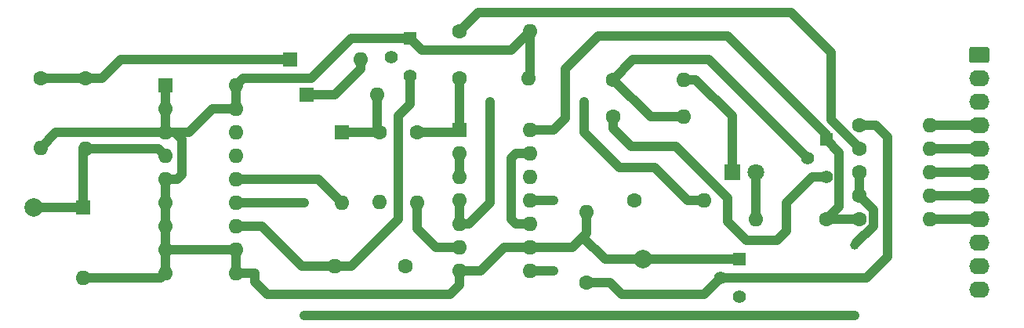
<source format=gbr>
%TF.GenerationSoftware,KiCad,Pcbnew,5.1.6-c6e7f7d~86~ubuntu16.04.1*%
%TF.CreationDate,2020-07-04T05:21:27+01:00*%
%TF.ProjectId,g850-pic-prog,67383530-2d70-4696-932d-70726f672e6b,rev?*%
%TF.SameCoordinates,Original*%
%TF.FileFunction,Copper,L2,Bot*%
%TF.FilePolarity,Positive*%
%FSLAX46Y46*%
G04 Gerber Fmt 4.6, Leading zero omitted, Abs format (unit mm)*
G04 Created by KiCad (PCBNEW 5.1.6-c6e7f7d~86~ubuntu16.04.1) date 2020-07-04 05:21:27*
%MOMM*%
%LPD*%
G01*
G04 APERTURE LIST*
%TA.AperFunction,ComponentPad*%
%ADD10C,1.397000*%
%TD*%
%TA.AperFunction,ComponentPad*%
%ADD11R,1.397000X1.397000*%
%TD*%
%TA.AperFunction,ComponentPad*%
%ADD12O,1.600000X1.600000*%
%TD*%
%TA.AperFunction,ComponentPad*%
%ADD13R,1.600000X1.600000*%
%TD*%
%TA.AperFunction,ComponentPad*%
%ADD14C,2.000000*%
%TD*%
%TA.AperFunction,ComponentPad*%
%ADD15C,1.600000*%
%TD*%
%TA.AperFunction,ComponentPad*%
%ADD16O,2.190000X1.740000*%
%TD*%
%TA.AperFunction,ComponentPad*%
%ADD17C,1.800000*%
%TD*%
%TA.AperFunction,ComponentPad*%
%ADD18R,1.800000X1.800000*%
%TD*%
%TA.AperFunction,ViaPad*%
%ADD19C,1.000000*%
%TD*%
%TA.AperFunction,Conductor*%
%ADD20C,1.000000*%
%TD*%
G04 APERTURE END LIST*
D10*
%TO.P,Q2,1*%
%TO.N,V+*%
X183388000Y-86106000D03*
%TO.P,Q2,2*%
%TO.N,Net-(Q2-Pad2)*%
X181356000Y-84074000D03*
D11*
%TO.P,Q2,3*%
%TO.N,+5V*%
X183388000Y-82042000D03*
%TD*%
D12*
%TO.P,U2,18*%
%TO.N,GND*%
X119634000Y-76200000D03*
%TO.P,U2,9*%
X112014000Y-96520000D03*
%TO.P,U2,17*%
X119634000Y-78740000D03*
%TO.P,U2,8*%
X112014000Y-93980000D03*
%TO.P,U2,16*%
%TO.N,Net-(U2-Pad16)*%
X119634000Y-81280000D03*
%TO.P,U2,7*%
%TO.N,GND*%
X112014000Y-91440000D03*
%TO.P,U2,15*%
%TO.N,Net-(U2-Pad15)*%
X119634000Y-83820000D03*
%TO.P,U2,6*%
%TO.N,GND*%
X112014000Y-88900000D03*
%TO.P,U2,14*%
%TO.N,+5V*%
X119634000Y-86360000D03*
%TO.P,U2,5*%
%TO.N,GND*%
X112014000Y-86360000D03*
%TO.P,U2,13*%
%TO.N,Net-(R8-Pad1)*%
X119634000Y-88900000D03*
%TO.P,U2,4*%
%TO.N,Net-(D4-Pad1)*%
X112014000Y-83820000D03*
%TO.P,U2,12*%
%TO.N,Net-(Q1-Pad1)*%
X119634000Y-91440000D03*
%TO.P,U2,3*%
%TO.N,GND*%
X112014000Y-81280000D03*
%TO.P,U2,11*%
X119634000Y-93980000D03*
%TO.P,U2,2*%
X112014000Y-78740000D03*
%TO.P,U2,10*%
X119634000Y-96520000D03*
D13*
%TO.P,U2,1*%
X112014000Y-76200000D03*
%TD*%
D12*
%TO.P,U1,14*%
%TO.N,+5V*%
X151384000Y-81026000D03*
%TO.P,U1,7*%
%TO.N,GND*%
X143764000Y-96266000D03*
%TO.P,U1,13*%
%TO.N,Net-(U1-Pad10)*%
X151384000Y-83566000D03*
%TO.P,U1,6*%
%TO.N,Net-(R1-Pad2)*%
X143764000Y-93726000D03*
%TO.P,U1,12*%
%TO.N,Net-(U1-Pad12)*%
X151384000Y-86106000D03*
%TO.P,U1,5*%
%TO.N,Net-(C3-Pad2)*%
X143764000Y-91186000D03*
%TO.P,U1,11*%
%TO.N,Net-(U1-Pad11)*%
X151384000Y-88646000D03*
%TO.P,U1,4*%
%TO.N,Net-(C3-Pad2)*%
X143764000Y-88646000D03*
%TO.P,U1,10*%
%TO.N,Net-(U1-Pad10)*%
X151384000Y-91186000D03*
%TO.P,U1,3*%
%TO.N,Net-(C1-Pad2)*%
X143764000Y-86106000D03*
%TO.P,U1,9*%
%TO.N,GND*%
X151384000Y-93726000D03*
%TO.P,U1,2*%
%TO.N,Net-(C1-Pad2)*%
X143764000Y-83566000D03*
%TO.P,U1,8*%
%TO.N,Net-(U1-Pad11)*%
X151384000Y-96266000D03*
D13*
%TO.P,U1,1*%
%TO.N,Net-(C2-Pad1)*%
X143764000Y-81026000D03*
%TD*%
D14*
%TO.P,TP2,1*%
%TO.N,Net-(D4-Pad1)*%
X97790000Y-89408000D03*
%TD*%
%TO.P,TP1,1*%
%TO.N,GND*%
X163576000Y-94996000D03*
%TD*%
D12*
%TO.P,R13,2*%
%TO.N,CP*%
X194564000Y-80518000D03*
D15*
%TO.P,R13,1*%
%TO.N,Net-(Q3-Pad2)*%
X186944000Y-80518000D03*
%TD*%
D12*
%TO.P,R12,2*%
%TO.N,LOW_BATT*%
X194564000Y-90678000D03*
D15*
%TO.P,R12,1*%
%TO.N,+5V*%
X186944000Y-90678000D03*
%TD*%
D12*
%TO.P,R11,2*%
%TO.N,Net-(Q2-Pad2)*%
X167962000Y-79614000D03*
D15*
%TO.P,R11,1*%
%TO.N,V+*%
X160342000Y-79614000D03*
%TD*%
D12*
%TO.P,R10,2*%
%TO.N,GND*%
X157480000Y-89916000D03*
D15*
%TO.P,R10,1*%
%TO.N,Net-(Q3-Pad2)*%
X157480000Y-97536000D03*
%TD*%
D12*
%TO.P,R9,2*%
%TO.N,DATA_OUT*%
X194564000Y-88138000D03*
D15*
%TO.P,R9,1*%
%TO.N,Net-(R8-Pad1)*%
X186944000Y-88138000D03*
%TD*%
D12*
%TO.P,R8,2*%
%TO.N,DATA_IN*%
X194564000Y-85598000D03*
D15*
%TO.P,R8,1*%
%TO.N,Net-(R8-Pad1)*%
X186944000Y-85598000D03*
%TD*%
D12*
%TO.P,R7,2*%
%TO.N,Net-(D5-Pad1)*%
X167962000Y-75564000D03*
D15*
%TO.P,R7,1*%
%TO.N,Net-(Q2-Pad2)*%
X160342000Y-75564000D03*
%TD*%
D12*
%TO.P,R6,2*%
%TO.N,CLOCK*%
X194564000Y-83058000D03*
D15*
%TO.P,R6,1*%
%TO.N,Net-(Q1-Pad2)*%
X186944000Y-83058000D03*
%TD*%
D12*
%TO.P,R5,2*%
%TO.N,GND*%
X151384000Y-70358000D03*
D15*
%TO.P,R5,1*%
%TO.N,Net-(Q1-Pad2)*%
X143764000Y-70358000D03*
%TD*%
D12*
%TO.P,R4,2*%
%TO.N,Net-(Q1-Pad1)*%
X130302000Y-95758000D03*
D15*
%TO.P,R4,1*%
%TO.N,+5V*%
X137922000Y-95758000D03*
%TD*%
D12*
%TO.P,R3,2*%
%TO.N,Net-(D5-Pad2)*%
X175768000Y-90678000D03*
D15*
%TO.P,R3,1*%
%TO.N,+5V*%
X183388000Y-90678000D03*
%TD*%
D12*
%TO.P,R2,2*%
%TO.N,Net-(D4-Pad1)*%
X103378000Y-83058000D03*
D15*
%TO.P,R2,1*%
%TO.N,Net-(C4-Pad1)*%
X103378000Y-75438000D03*
%TD*%
D12*
%TO.P,R1,2*%
%TO.N,Net-(R1-Pad2)*%
X139192000Y-88900000D03*
D15*
%TO.P,R1,1*%
%TO.N,Net-(C2-Pad1)*%
X139192000Y-81280000D03*
%TD*%
D10*
%TO.P,Q3,1*%
%TO.N,Net-(D5-Pad1)*%
X173990000Y-99060000D03*
%TO.P,Q3,2*%
%TO.N,Net-(Q3-Pad2)*%
X171958000Y-97028000D03*
D11*
%TO.P,Q3,3*%
%TO.N,GND*%
X173990000Y-94996000D03*
%TD*%
D10*
%TO.P,Q1,1*%
%TO.N,Net-(Q1-Pad1)*%
X138430000Y-75184000D03*
%TO.P,Q1,2*%
%TO.N,Net-(Q1-Pad2)*%
X136398000Y-73152000D03*
D11*
%TO.P,Q1,3*%
%TO.N,GND*%
X138430000Y-71120000D03*
%TD*%
D16*
%TO.P,J1,11*%
%TO.N,Net-(J1-Pad11)*%
X199898000Y-98298000D03*
%TO.P,J1,10*%
%TO.N,Net-(J1-Pad10)*%
X199898000Y-95758000D03*
%TO.P,J1,9*%
%TO.N,Net-(J1-Pad9)*%
X199898000Y-93218000D03*
%TO.P,J1,8*%
%TO.N,LOW_BATT*%
X199898000Y-90678000D03*
%TO.P,J1,7*%
%TO.N,DATA_OUT*%
X199898000Y-88138000D03*
%TO.P,J1,6*%
%TO.N,DATA_IN*%
X199898000Y-85598000D03*
%TO.P,J1,5*%
%TO.N,CLOCK*%
X199898000Y-83058000D03*
%TO.P,J1,4*%
%TO.N,CP*%
X199898000Y-80518000D03*
%TO.P,J1,3*%
%TO.N,GND*%
X199898000Y-77978000D03*
%TO.P,J1,2*%
%TO.N,V+*%
X199898000Y-75438000D03*
%TO.P,J1,1*%
%TO.N,Net-(J1-Pad1)*%
%TA.AperFunction,ComponentPad*%
G36*
G01*
X199052999Y-72028000D02*
X200743001Y-72028000D01*
G75*
G02*
X200993000Y-72277999I0J-249999D01*
G01*
X200993000Y-73518001D01*
G75*
G02*
X200743001Y-73768000I-249999J0D01*
G01*
X199052999Y-73768000D01*
G75*
G02*
X198803000Y-73518001I0J249999D01*
G01*
X198803000Y-72277999D01*
G75*
G02*
X199052999Y-72028000I249999J0D01*
G01*
G37*
%TD.AperFunction*%
%TD*%
D17*
%TO.P,D5,2*%
%TO.N,Net-(D5-Pad2)*%
X175768000Y-85598000D03*
D18*
%TO.P,D5,1*%
%TO.N,Net-(D5-Pad1)*%
X173228000Y-85598000D03*
%TD*%
D12*
%TO.P,D4,2*%
%TO.N,GND*%
X103124000Y-97028000D03*
D13*
%TO.P,D4,1*%
%TO.N,Net-(D4-Pad1)*%
X103124000Y-89408000D03*
%TD*%
D12*
%TO.P,D3,2*%
%TO.N,Net-(C3-Pad1)*%
X133096000Y-73406000D03*
D13*
%TO.P,D3,1*%
%TO.N,Net-(C4-Pad1)*%
X125476000Y-73406000D03*
%TD*%
D12*
%TO.P,D2,2*%
%TO.N,Net-(C1-Pad1)*%
X134874000Y-77216000D03*
D13*
%TO.P,D2,1*%
%TO.N,Net-(C3-Pad1)*%
X127254000Y-77216000D03*
%TD*%
D12*
%TO.P,D1,2*%
%TO.N,+5V*%
X131064000Y-88900000D03*
D13*
%TO.P,D1,1*%
%TO.N,Net-(C1-Pad1)*%
X131064000Y-81280000D03*
%TD*%
D12*
%TO.P,C4,2*%
%TO.N,GND*%
X98552000Y-82938000D03*
D15*
%TO.P,C4,1*%
%TO.N,Net-(C4-Pad1)*%
X98552000Y-75438000D03*
%TD*%
D12*
%TO.P,C3,2*%
%TO.N,Net-(C3-Pad2)*%
X170162000Y-88614000D03*
D15*
%TO.P,C3,1*%
%TO.N,Net-(C3-Pad1)*%
X162662000Y-88614000D03*
%TD*%
D12*
%TO.P,C2,2*%
%TO.N,GND*%
X151264000Y-75438000D03*
D15*
%TO.P,C2,1*%
%TO.N,Net-(C2-Pad1)*%
X143764000Y-75438000D03*
%TD*%
D12*
%TO.P,C1,2*%
%TO.N,Net-(C1-Pad2)*%
X135128000Y-88780000D03*
D15*
%TO.P,C1,1*%
%TO.N,Net-(C1-Pad1)*%
X135128000Y-81280000D03*
%TD*%
D19*
%TO.N,Net-(C3-Pad2)*%
X157226000Y-77978000D03*
X147066000Y-77978000D03*
%TO.N,Net-(R8-Pad1)*%
X186436000Y-93472000D03*
X186436000Y-101092000D03*
X127000000Y-88900000D03*
X127000000Y-101092000D03*
%TO.N,V+*%
X168402000Y-84074000D03*
%TO.N,Net-(U1-Pad11)*%
X153924000Y-96266000D03*
X153924000Y-88646000D03*
%TD*%
D20*
%TO.N,Net-(C1-Pad2)*%
X143764000Y-86106000D02*
X143764000Y-83566000D01*
%TO.N,Net-(C1-Pad1)*%
X134874000Y-81026000D02*
X135128000Y-81280000D01*
X134874000Y-77216000D02*
X134874000Y-81026000D01*
X131064000Y-81280000D02*
X135128000Y-81280000D01*
%TO.N,GND*%
X151384000Y-75318000D02*
X151264000Y-75438000D01*
X151384000Y-70358000D02*
X151384000Y-75318000D01*
X112014000Y-93980000D02*
X119634000Y-93980000D01*
X119634000Y-96520000D02*
X119634000Y-93980000D01*
X112014000Y-93980000D02*
X112014000Y-96520000D01*
X112014000Y-93980000D02*
X112014000Y-91440000D01*
X112014000Y-91440000D02*
X112014000Y-88900000D01*
X112014000Y-88900000D02*
X112014000Y-86360000D01*
X112014000Y-86360000D02*
X113284000Y-86360000D01*
X113284000Y-86360000D02*
X113792000Y-85852000D01*
X113792000Y-85852000D02*
X113792000Y-82042000D01*
X113030000Y-81280000D02*
X112014000Y-81280000D01*
X113792000Y-82042000D02*
X113030000Y-81280000D01*
X100210000Y-81280000D02*
X98552000Y-82938000D01*
X112014000Y-81280000D02*
X100210000Y-81280000D01*
X111506000Y-97028000D02*
X112014000Y-96520000D01*
X103124000Y-97028000D02*
X111506000Y-97028000D01*
X119634000Y-78740000D02*
X117094000Y-78740000D01*
X114554000Y-81280000D02*
X112014000Y-81280000D01*
X117094000Y-78740000D02*
X114554000Y-81280000D01*
X119634000Y-76200000D02*
X119634000Y-78740000D01*
X112014000Y-78740000D02*
X112014000Y-81280000D01*
X112014000Y-78740000D02*
X112014000Y-76200000D01*
X120433999Y-75400001D02*
X127799999Y-75400001D01*
X119634000Y-76200000D02*
X120433999Y-75400001D01*
X132080000Y-71120000D02*
X138430000Y-71120000D01*
X127799999Y-75400001D02*
X132080000Y-71120000D01*
X138430000Y-71120000D02*
X139700000Y-72390000D01*
X149352000Y-72390000D02*
X151384000Y-70358000D01*
X139700000Y-72390000D02*
X149352000Y-72390000D01*
X143764000Y-96266000D02*
X146050000Y-96266000D01*
X148590000Y-93726000D02*
X151384000Y-93726000D01*
X146050000Y-96266000D02*
X148590000Y-93726000D01*
X151384000Y-93726000D02*
X155956000Y-93726000D01*
X157480000Y-92202000D02*
X157480000Y-89916000D01*
X159512000Y-94996000D02*
X157099000Y-92583000D01*
X163576000Y-94996000D02*
X159512000Y-94996000D01*
X157099000Y-92583000D02*
X157480000Y-92202000D01*
X155956000Y-93726000D02*
X157099000Y-92583000D01*
X163576000Y-94996000D02*
X173990000Y-94996000D01*
X119634000Y-96520000D02*
X121666000Y-96520000D01*
X121666000Y-97455070D02*
X123016930Y-98806000D01*
X121666000Y-96520000D02*
X121666000Y-97455070D01*
X123016930Y-98806000D02*
X142748000Y-98806000D01*
X143764000Y-97790000D02*
X143764000Y-96266000D01*
X142748000Y-98806000D02*
X143764000Y-97790000D01*
%TO.N,Net-(C2-Pad1)*%
X143764000Y-75438000D02*
X143764000Y-81026000D01*
X143510000Y-81280000D02*
X143764000Y-81026000D01*
X139192000Y-81280000D02*
X143510000Y-81280000D01*
%TO.N,Net-(C3-Pad2)*%
X143764000Y-88646000D02*
X143764000Y-91186000D01*
X170162000Y-88614000D02*
X168370000Y-88614000D01*
X168370000Y-88614000D02*
X164846000Y-85090000D01*
X164846000Y-85090000D02*
X161036000Y-85090000D01*
X157226000Y-81280000D02*
X157226000Y-77978000D01*
X161036000Y-85090000D02*
X157226000Y-81280000D01*
X147066000Y-77978000D02*
X147066000Y-88900000D01*
X144780000Y-91186000D02*
X143764000Y-91186000D01*
X147066000Y-88900000D02*
X144780000Y-91186000D01*
%TO.N,Net-(C3-Pad1)*%
X127254000Y-77216000D02*
X130302000Y-77216000D01*
X133096000Y-74422000D02*
X133096000Y-73406000D01*
X130302000Y-77216000D02*
X133096000Y-74422000D01*
%TO.N,Net-(C4-Pad1)*%
X98552000Y-75438000D02*
X103378000Y-75438000D01*
X103378000Y-75438000D02*
X105156000Y-75438000D01*
X107188000Y-73406000D02*
X125476000Y-73406000D01*
X105156000Y-75438000D02*
X107188000Y-73406000D01*
%TO.N,+5V*%
X186944000Y-90678000D02*
X183388000Y-90678000D01*
X184786501Y-83440501D02*
X183388000Y-82042000D01*
X184786501Y-89279499D02*
X184786501Y-83440501D01*
X183388000Y-90678000D02*
X184786501Y-89279499D01*
X128524000Y-86360000D02*
X131064000Y-88900000D01*
X119634000Y-86360000D02*
X128524000Y-86360000D01*
X183388000Y-82042000D02*
X183388000Y-81534000D01*
X183388000Y-81534000D02*
X172720000Y-70866000D01*
X172720000Y-70866000D02*
X158750000Y-70866000D01*
X158750000Y-70866000D02*
X155194000Y-74422000D01*
X155194000Y-74422000D02*
X155194000Y-79756000D01*
X153924000Y-81026000D02*
X151384000Y-81026000D01*
X155194000Y-79756000D02*
X153924000Y-81026000D01*
%TO.N,Net-(D4-Pad1)*%
X111252000Y-83058000D02*
X112014000Y-83820000D01*
X103378000Y-83058000D02*
X111252000Y-83058000D01*
X103124000Y-83312000D02*
X103378000Y-83058000D01*
X103124000Y-89408000D02*
X103124000Y-83312000D01*
X103124000Y-89408000D02*
X97790000Y-89408000D01*
%TO.N,Net-(D5-Pad2)*%
X175768000Y-85598000D02*
X175768000Y-90678000D01*
%TO.N,Net-(D5-Pad1)*%
X167962000Y-75564000D02*
X169290000Y-75564000D01*
X173228000Y-79502000D02*
X173228000Y-85598000D01*
X169290000Y-75564000D02*
X173228000Y-79502000D01*
%TO.N,LOW_BATT*%
X194564000Y-90678000D02*
X199898000Y-90678000D01*
%TO.N,DATA_OUT*%
X199898000Y-88138000D02*
X194564000Y-88138000D01*
%TO.N,DATA_IN*%
X199898000Y-85598000D02*
X194564000Y-85598000D01*
%TO.N,CLOCK*%
X194564000Y-83058000D02*
X199898000Y-83058000D01*
%TO.N,CP*%
X199898000Y-80518000D02*
X194564000Y-80518000D01*
%TO.N,Net-(Q1-Pad1)*%
X138430000Y-75184000D02*
X138430000Y-78232000D01*
X138430000Y-78232000D02*
X137160000Y-79502000D01*
X137160000Y-79502000D02*
X137160000Y-90678000D01*
X132080000Y-95758000D02*
X130302000Y-95758000D01*
X137160000Y-90678000D02*
X132080000Y-95758000D01*
X119634000Y-91440000D02*
X122428000Y-91440000D01*
X126746000Y-95758000D02*
X130302000Y-95758000D01*
X122428000Y-91440000D02*
X126746000Y-95758000D01*
%TO.N,Net-(Q1-Pad2)*%
X186944000Y-82940998D02*
X183896000Y-79892998D01*
X186944000Y-83058000D02*
X186944000Y-82940998D01*
X183896000Y-79892998D02*
X183896000Y-72644000D01*
X183896000Y-72644000D02*
X179578000Y-68326000D01*
X145796000Y-68326000D02*
X143764000Y-70358000D01*
X179578000Y-68326000D02*
X145796000Y-68326000D01*
%TO.N,Net-(Q3-Pad2)*%
X171958000Y-97028000D02*
X187706000Y-97028000D01*
X187706000Y-97028000D02*
X189992000Y-94742000D01*
X189992000Y-94742000D02*
X189992000Y-81788000D01*
X188722000Y-80518000D02*
X186944000Y-80518000D01*
X189992000Y-81788000D02*
X188722000Y-80518000D01*
X161290000Y-98806000D02*
X170180000Y-98806000D01*
X160020000Y-97536000D02*
X161290000Y-98806000D01*
X170180000Y-98806000D02*
X171958000Y-97028000D01*
X157480000Y-97536000D02*
X160020000Y-97536000D01*
%TO.N,Net-(R1-Pad2)*%
X143764000Y-93726000D02*
X141224000Y-93726000D01*
X139192000Y-91694000D02*
X139192000Y-88900000D01*
X141224000Y-93726000D02*
X139192000Y-91694000D01*
%TO.N,Net-(R8-Pad1)*%
X186944000Y-85598000D02*
X186944000Y-88138000D01*
X188444001Y-91398001D02*
X186624002Y-93218000D01*
X188444001Y-89638001D02*
X188444001Y-91398001D01*
X186944000Y-88138000D02*
X188444001Y-89638001D01*
X122682000Y-88900000D02*
X119634000Y-88900000D01*
X127762000Y-101092000D02*
X127762000Y-101092000D01*
X122682000Y-88900000D02*
X127000000Y-88900000D01*
X162814000Y-101092000D02*
X186436000Y-101092000D01*
X127000000Y-101092000D02*
X162814000Y-101092000D01*
%TO.N,V+*%
X183388000Y-86106000D02*
X181864000Y-86106000D01*
X181864000Y-86106000D02*
X179070000Y-88900000D01*
X179070000Y-88900000D02*
X179070000Y-91948000D01*
X179070000Y-91948000D02*
X178054000Y-92964000D01*
X178054000Y-92964000D02*
X174752000Y-92964000D01*
X174752000Y-92964000D02*
X172720000Y-90932000D01*
X172720000Y-90932000D02*
X172720000Y-88392000D01*
X167132000Y-82804000D02*
X162306000Y-82804000D01*
X160342000Y-80840000D02*
X160342000Y-79614000D01*
X162306000Y-82804000D02*
X160342000Y-80840000D01*
X172720000Y-88392000D02*
X168402000Y-84074000D01*
X168402000Y-84074000D02*
X167132000Y-82804000D01*
%TO.N,Net-(U1-Pad10)*%
X151384000Y-83566000D02*
X149860000Y-83566000D01*
X149860000Y-83566000D02*
X149352000Y-84074000D01*
X149352000Y-84074000D02*
X149352000Y-90678000D01*
X149860000Y-91186000D02*
X151384000Y-91186000D01*
X149352000Y-90678000D02*
X149860000Y-91186000D01*
%TO.N,Net-(U1-Pad11)*%
X151384000Y-96266000D02*
X153924000Y-96266000D01*
X153924000Y-88646000D02*
X151384000Y-88646000D01*
%TO.N,Net-(Q2-Pad2)*%
X164392000Y-79614000D02*
X160342000Y-75564000D01*
X167962000Y-79614000D02*
X164392000Y-79614000D01*
X162500000Y-73406000D02*
X160342000Y-75564000D01*
X170688000Y-73406000D02*
X162500000Y-73406000D01*
X181356000Y-84074000D02*
X170688000Y-73406000D01*
%TD*%
M02*

</source>
